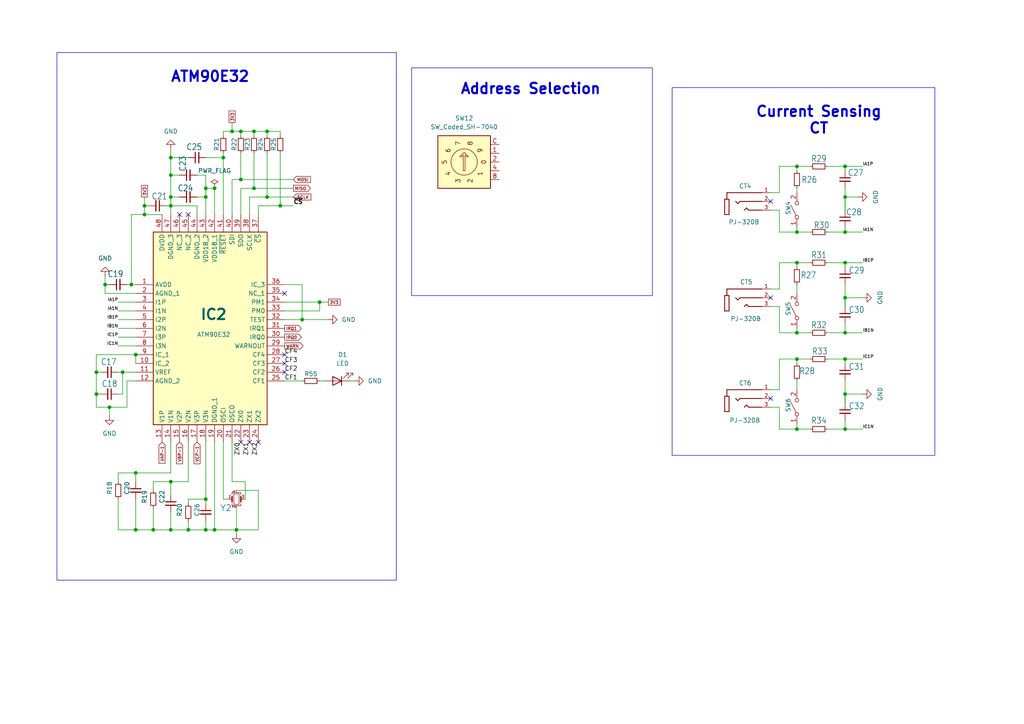
<source format=kicad_sch>
(kicad_sch (version 20231120) (generator "eeschema") (generator_version "8.0")
  (paper "A4")
  (junction (at 231.14 76.2))
  (junction (at 49.53 153.67))
  (junction (at 81.28 59.69))
  (junction (at 27.94 114.3))
  (junction (at 41.91 59.69))
  (junction (at 54.61 153.67))
  (junction (at 27.94 107.95))
  (junction (at 30.48 82.55))
  (junction (at 245.11 67.31))
  (junction (at 62.23 153.67))
  (junction (at 39.37 153.67))
  (junction (at 44.45 153.67))
  (junction (at 73.66 38.1))
  (junction (at 245.11 114.3))
  (junction (at 69.85 52.07))
  (junction (at 31.75 118.11))
  (junction (at 245.11 96.52))
  (junction (at 49.53 57.15))
  (junction (at 231.14 48.26))
  (junction (at 59.69 54.61))
  (junction (at 231.14 67.31))
  (junction (at 69.85 38.1))
  (junction (at 35.56 107.95))
  (junction (at 87.63 92.71))
  (junction (at 64.77 45.72))
  (junction (at 59.69 153.67))
  (junction (at 245.11 48.26))
  (junction (at 38.1 82.55))
  (junction (at 49.53 45.72))
  (junction (at 92.71 87.63))
  (junction (at 231.14 124.46))
  (junction (at 245.11 76.2))
  (junction (at 245.11 57.15))
  (junction (at 41.91 62.23))
  (junction (at 39.37 102.87))
  (junction (at 39.37 137.16))
  (junction (at 245.11 86.36))
  (junction (at 245.11 124.46))
  (junction (at 77.47 38.1))
  (junction (at 231.14 104.14))
  (junction (at 231.14 96.52))
  (junction (at 59.69 144.78))
  (junction (at 77.47 57.15))
  (junction (at 68.58 153.67))
  (junction (at 59.69 57.15))
  (junction (at 49.53 59.69))
  (junction (at 49.53 139.7))
  (junction (at 245.11 104.14))
  (junction (at 73.66 54.61))
  (junction (at 49.53 50.8))
  (junction (at 67.31 38.1))
  (junction (at 62.23 54.61))
  (no_connect (at 223.52 58.42))
  (no_connect (at 52.07 62.23))
  (no_connect (at 82.55 102.87))
  (no_connect (at 223.52 115.57))
  (no_connect (at 82.55 85.09))
  (no_connect (at 54.61 62.23))
  (no_connect (at 82.55 107.95))
  (no_connect (at 74.93 128.27))
  (no_connect (at 69.85 128.27))
  (no_connect (at 82.55 105.41))
  (no_connect (at 72.39 128.27))
  (no_connect (at 223.52 86.36))
  (wire (pts (xy 250.19 104.14) (xy 245.11 104.14)) (stroke (width 0.1524)))
  (wire (pts (xy 39.37 153.67) (xy 44.45 153.67)))
  (wire (pts (xy 245.11 114.3) (xy 245.11 116.84)))
  (wire (pts (xy 49.53 148.59) (xy 49.53 153.67)))
  (wire (pts (xy 69.85 52.07) (xy 85.09 52.07)) (stroke (width 0.1524)))
  (wire (pts (xy 39.37 102.87) (xy 39.37 105.41)))
  (wire (pts (xy 64.77 128.27) (xy 64.77 144.78)) (stroke (width 0.1524)))
  (wire (pts (xy 67.31 38.1) (xy 69.85 38.1)) (stroke (width 0.1524)))
  (wire (pts (xy 231.14 105.41) (xy 231.14 104.14)))
  (wire (pts (xy 27.94 107.95) (xy 29.21 107.95)))
  (wire (pts (xy 68.58 147.32) (xy 68.58 153.67)))
  (wire (pts (xy 34.29 144.78) (xy 34.29 153.67)))
  (wire (pts (xy 59.69 146.05) (xy 59.69 144.78)))
  (wire (pts (xy 245.11 96.52) (xy 245.11 93.98)))
  (wire (pts (xy 231.14 67.31) (xy 234.95 67.31)))
  (wire (pts (xy 54.61 144.78) (xy 59.69 144.78)) (stroke (width 0.1524)))
  (wire (pts (xy 250.19 76.2) (xy 245.11 76.2)) (stroke (width 0.1524)))
  (wire (pts (xy 34.29 153.67) (xy 39.37 153.67)))
  (wire (pts (xy 52.07 50.8) (xy 49.53 50.8)) (stroke (width 0.1524)))
  (wire (pts (xy 57.15 50.8) (xy 59.69 50.8)) (stroke (width 0.1524)))
  (wire (pts (xy 223.52 83.82) (xy 226.06 83.82)) (stroke (width 0.1524)))
  (wire (pts (xy 62.23 128.27) (xy 62.23 153.67)) (stroke (width 0.1524)))
  (wire (pts (xy 93.98 110.49) (xy 92.71 110.49)))
  (wire (pts (xy 39.37 95.25) (xy 34.29 95.25)) (stroke (width 0.1524)))
  (wire (pts (xy 27.94 107.95) (xy 27.94 114.3)))
  (wire (pts (xy 59.69 45.72) (xy 64.77 45.72)))
  (wire (pts (xy 41.91 62.23) (xy 46.99 62.23)) (stroke (width 0.1524)))
  (wire (pts (xy 49.53 57.15) (xy 49.53 59.69)) (stroke (width 0.1524)))
  (wire (pts (xy 240.03 96.52) (xy 241.3 96.52)))
  (wire (pts (xy 31.75 118.11) (xy 36.83 118.11)) (stroke (width 0.1524)))
  (wire (pts (xy 44.45 153.67) (xy 49.53 153.67)))
  (wire (pts (xy 250.19 114.3) (xy 245.11 114.3)) (stroke (width 0.1524)))
  (wire (pts (xy 82.55 110.49) (xy 87.63 110.49)))
  (wire (pts (xy 74.93 153.67) (xy 68.58 153.67)))
  (wire (pts (xy 27.94 118.11) (xy 31.75 118.11)) (stroke (width 0.1524)))
  (wire (pts (xy 39.37 144.78) (xy 39.37 153.67)))
  (wire (pts (xy 68.58 142.24) (xy 74.93 142.24)))
  (wire (pts (xy 245.11 96.52) (xy 250.19 96.52)) (stroke (width 0.1524)))
  (wire (pts (xy 62.23 62.23) (xy 62.23 54.61)))
  (wire (pts (xy 77.47 39.37) (xy 77.47 38.1)) (stroke (width 0.1524)))
  (wire (pts (xy 245.11 48.26) (xy 245.11 49.53)))
  (wire (pts (xy 44.45 147.32) (xy 44.45 153.67)))
  (wire (pts (xy 30.48 82.55) (xy 30.48 85.09)) (stroke (width 0.1524)))
  (wire (pts (xy 231.14 124.46) (xy 231.14 123.19)))
  (wire (pts (xy 77.47 38.1) (xy 81.28 38.1)) (stroke (width 0.1524)))
  (wire (pts (xy 69.85 38.1) (xy 73.66 38.1)) (stroke (width 0.1524)))
  (wire (pts (xy 48.26 59.69) (xy 49.53 59.69)))
  (wire (pts (xy 67.31 52.07) (xy 69.85 52.07)) (stroke (width 0.1524)))
  (wire (pts (xy 64.77 38.1) (xy 64.77 39.37)))
  (wire (pts (xy 39.37 137.16) (xy 49.53 137.16)) (stroke (width 0.1524)))
  (wire (pts (xy 231.14 77.47) (xy 231.14 76.2)))
  (wire (pts (xy 245.11 86.36) (xy 245.11 88.9)))
  (wire (pts (xy 231.14 104.14) (xy 234.95 104.14)) (stroke (width 0.1524)))
  (wire (pts (xy 226.06 104.14) (xy 231.14 104.14)) (stroke (width 0.1524)))
  (wire (pts (xy 81.28 44.45) (xy 81.28 59.69)) (stroke (width 0.1524)))
  (wire (pts (xy 64.77 44.45) (xy 64.77 45.72)))
  (wire (pts (xy 74.93 62.23) (xy 74.93 59.69)) (stroke (width 0.1524)))
  (wire (pts (xy 226.06 48.26) (xy 231.14 48.26)) (stroke (width 0.1524)))
  (wire (pts (xy 62.23 153.67) (xy 68.58 153.67)) (stroke (width 0.1524)))
  (wire (pts (xy 231.14 96.52) (xy 234.95 96.52)))
  (wire (pts (xy 92.71 87.63) (xy 95.25 87.63)) (stroke (width 0.1524)))
  (wire (pts (xy 240.03 104.14) (xy 245.11 104.14)) (stroke (width 0.1524)))
  (wire (pts (xy 250.19 48.26) (xy 245.11 48.26)) (stroke (width 0.1524)))
  (wire (pts (xy 82.55 92.71) (xy 87.63 92.71)) (stroke (width 0.1524)))
  (wire (pts (xy 34.29 137.16) (xy 34.29 139.7)) (stroke (width 0.1524)))
  (wire (pts (xy 38.1 82.55) (xy 39.37 82.55)))
  (wire (pts (xy 49.53 50.8) (xy 49.53 57.15)) (stroke (width 0.1524)))
  (wire (pts (xy 77.47 57.15) (xy 85.09 57.15)) (stroke (width 0.1524)))
  (wire (pts (xy 27.94 114.3) (xy 27.94 118.11)))
  (wire (pts (xy 226.06 96.52) (xy 226.06 88.9)))
  (wire (pts (xy 72.39 57.15) (xy 77.47 57.15)) (stroke (width 0.1524)))
  (wire (pts (xy 41.91 57.15) (xy 41.91 59.69)))
  (wire (pts (xy 39.37 92.71) (xy 34.29 92.71)) (stroke (width 0.1524)))
  (wire (pts (xy 245.11 57.15) (xy 245.11 60.96)))
  (wire (pts (xy 82.55 82.55) (xy 87.63 82.55)) (stroke (width 0.1524)))
  (wire (pts (xy 69.85 44.45) (xy 69.85 52.07)) (stroke (width 0.1524)))
  (wire (pts (xy 226.06 76.2) (xy 231.14 76.2)))
  (wire (pts (xy 49.53 59.69) (xy 49.53 62.23)) (stroke (width 0.1524)))
  (wire (pts (xy 49.53 43.18) (xy 49.53 45.72)) (stroke (width 0.1524)))
  (wire (pts (xy 231.14 66.04) (xy 231.14 67.31)))
  (wire (pts (xy 87.63 92.71) (xy 95.25 92.71)) (stroke (width 0.1524)))
  (wire (pts (xy 59.69 57.15) (xy 59.69 62.23)) (stroke (width 0.1524)))
  (wire (pts (xy 38.1 62.23) (xy 38.1 82.55)) (stroke (width 0.1524)))
  (wire (pts (xy 35.56 107.95) (xy 34.29 107.95)))
  (wire (pts (xy 226.06 113.03) (xy 223.52 113.03)) (stroke (width 0.1524)))
  (wire (pts (xy 49.53 139.7) (xy 49.53 143.51)))
  (wire (pts (xy 226.06 113.03) (xy 226.06 104.14)) (stroke (width 0.1524)))
  (wire (pts (xy 240.03 76.2) (xy 245.11 76.2)) (stroke (width 0.1524)))
  (wire (pts (xy 39.37 137.16) (xy 39.37 139.7)))
  (wire (pts (xy 59.69 54.61) (xy 59.69 57.15)))
  (wire (pts (xy 245.11 104.14) (xy 245.11 105.41)))
  (wire (pts (xy 64.77 38.1) (xy 67.31 38.1)))
  (wire (pts (xy 27.94 102.87) (xy 27.94 107.95)))
  (wire (pts (xy 54.61 151.13) (xy 54.61 153.67)))
  (wire (pts (xy 49.53 59.69) (xy 49.53 60.96)))
  (wire (pts (xy 73.66 38.1) (xy 77.47 38.1)) (stroke (width 0.1524)))
  (wire (pts (xy 240.03 67.31) (xy 245.11 67.31)))
  (wire (pts (xy 54.61 128.27) (xy 54.61 139.7)))
  (wire (pts (xy 231.14 54.61) (xy 231.14 55.88)))
  (wire (pts (xy 35.56 114.3) (xy 34.29 114.3)))
  (wire (pts (xy 41.91 60.96) (xy 41.91 62.23)) (stroke (width 0.1524)))
  (wire (pts (xy 245.11 76.2) (xy 245.11 77.47)))
  (wire (pts (xy 67.31 35.56) (xy 67.31 38.1)) (stroke (width 0.1524)))
  (wire (pts (xy 74.93 59.69) (xy 81.28 59.69)) (stroke (width 0.1524)))
  (wire (pts (xy 226.06 55.88) (xy 223.52 55.88)))
  (wire (pts (xy 68.58 154.94) (xy 68.58 153.67)))
  (wire (pts (xy 245.11 114.3) (xy 245.11 110.49)))
  (wire (pts (xy 44.45 139.7) (xy 49.53 139.7)) (stroke (width 0.1524)))
  (wire (pts (xy 241.3 96.52) (xy 245.11 96.52)) (stroke (width 0.1524)))
  (wire (pts (xy 41.91 59.69) (xy 41.91 60.96)))
  (wire (pts (xy 73.66 54.61) (xy 85.09 54.61)) (stroke (width 0.1524)))
  (wire (pts (xy 49.53 153.67) (xy 54.61 153.67)))
  (wire (pts (xy 49.53 139.7) (xy 54.61 139.7)))
  (wire (pts (xy 240.03 124.46) (xy 245.11 124.46)) (stroke (width 0.1524)))
  (wire (pts (xy 226.06 88.9) (xy 223.52 88.9)))
  (wire (pts (xy 245.11 57.15) (xy 245.11 54.61)))
  (wire (pts (xy 39.37 85.09) (xy 30.48 85.09)) (stroke (width 0.1524)))
  (wire (pts (xy 64.77 144.78) (xy 66.04 144.78)) (stroke (width 0.1524)))
  (wire (pts (xy 250.19 86.36) (xy 245.11 86.36)) (stroke (width 0.1524)))
  (wire (pts (xy 35.56 107.95) (xy 39.37 107.95)))
  (wire (pts (xy 49.53 137.16) (xy 49.53 128.27)) (stroke (width 0.1524)))
  (wire (pts (xy 231.14 110.49) (xy 231.14 113.03)))
  (wire (pts (xy 36.83 110.49) (xy 36.83 118.11)) (stroke (width 0.1524)))
  (wire (pts (xy 59.69 54.61) (xy 59.69 57.15)) (stroke (width 0.1524)))
  (wire (pts (xy 35.56 107.95) (xy 35.56 114.3)))
  (wire (pts (xy 30.48 82.55) (xy 31.75 82.55)) (stroke (width 0.1524)))
  (wire (pts (xy 67.31 139.7) (xy 71.12 139.7)) (stroke (width 0.1524)))
  (wire (pts (xy 231.14 124.46) (xy 234.95 124.46)))
  (wire (pts (xy 31.75 118.11) (xy 31.75 120.65)))
  (wire (pts (xy 69.85 54.61) (xy 73.66 54.61)) (stroke (width 0.1524)))
  (wire (pts (xy 245.11 67.31) (xy 245.11 66.04)))
  (wire (pts (xy 49.53 45.72) (xy 49.53 50.8)) (stroke (width 0.1524)))
  (wire (pts (xy 87.63 82.55) (xy 87.63 92.71)) (stroke (width 0.1524)))
  (wire (pts (xy 92.71 90.17) (xy 92.71 87.63)) (stroke (width 0.1524)))
  (wire (pts (xy 77.47 44.45) (xy 77.47 57.15)) (stroke (width 0.1524)))
  (wire (pts (xy 73.66 39.37) (xy 73.66 38.1)) (stroke (width 0.1524)))
  (wire (pts (xy 54.61 45.72) (xy 49.53 45.72)) (stroke (width 0.1524)))
  (wire (pts (xy 67.31 128.27) (xy 67.31 139.7)) (stroke (width 0.1524)))
  (wire (pts (xy 72.39 62.23) (xy 72.39 57.15)) (stroke (width 0.1524)))
  (wire (pts (xy 226.06 67.31) (xy 226.06 60.96)))
  (wire (pts (xy 73.66 44.45) (xy 73.66 54.61)) (stroke (width 0.1524)))
  (wire (pts (xy 240.03 48.26) (xy 245.11 48.26)) (stroke (width 0.1524)))
  (wire (pts (xy 82.55 90.17) (xy 92.71 90.17)) (stroke (width 0.1524)))
  (wire (pts (xy 248.92 57.15) (xy 245.11 57.15)) (stroke (width 0.1524)))
  (wire (pts (xy 57.15 59.69) (xy 57.15 62.23)) (stroke (width 0.1524)))
  (wire (pts (xy 226.06 118.11) (xy 223.52 118.11)))
  (wire (pts (xy 36.83 82.55) (xy 38.1 82.55)))
  (wire (pts (xy 39.37 97.79) (xy 34.29 97.79)) (stroke (width 0.1524)))
  (wire (pts (xy 36.83 110.49) (xy 39.37 110.49)) (stroke (width 0.1524)))
  (wire (pts (xy 39.37 102.87) (xy 27.94 102.87)))
  (wire (pts (xy 49.53 59.69) (xy 57.15 59.69)) (stroke (width 0.1524)))
  (wire (pts (xy 81.28 39.37) (xy 81.28 38.1)) (stroke (width 0.1524)))
  (wire (pts (xy 231.14 48.26) (xy 234.95 48.26)) (stroke (width 0.1524)))
  (wire (pts (xy 226.06 124.46) (xy 231.14 124.46)))
  (wire (pts (xy 69.85 62.23) (xy 69.85 54.61)) (stroke (width 0.1524)))
  (wire (pts (xy 226.06 55.88) (xy 226.06 48.26)))
  (wire (pts (xy 39.37 87.63) (xy 34.29 87.63)) (stroke (width 0.1524)))
  (wire (pts (xy 54.61 144.78) (xy 54.61 146.05)) (stroke (width 0.1524)))
  (wire (pts (xy 49.53 57.15) (xy 52.07 57.15)) (stroke (width 0.1524)))
  (wire (pts (xy 245.11 124.46) (xy 245.11 121.92)))
  (wire (pts (xy 69.85 39.37) (xy 69.85 38.1)) (stroke (width 0.1524)))
  (wire (pts (xy 59.69 54.61) (xy 62.23 54.61)))
  (wire (pts (xy 59.69 153.67) (xy 62.23 153.67)))
  (wire (pts (xy 231.14 76.2) (xy 234.95 76.2)))
  (wire (pts (xy 245.11 86.36) (xy 245.11 82.55)))
  (wire (pts (xy 39.37 90.17) (xy 34.29 90.17)) (stroke (width 0.1524)))
  (wire (pts (xy 245.11 67.31) (xy 250.19 67.31)) (stroke (width 0.1524)))
  (wire (pts (xy 41.91 59.69) (xy 43.18 59.69)))
  (wire (pts (xy 82.55 87.63) (xy 92.71 87.63)) (stroke (width 0.1524)))
  (wire (pts (xy 59.69 151.13) (xy 59.69 153.67)))
  (wire (pts (xy 226.06 96.52) (xy 231.14 96.52)))
  (wire (pts (xy 231.14 49.53) (xy 231.14 48.26)))
  (wire (pts (xy 102.87 110.49) (xy 101.6 110.49)))
  (wire (pts (xy 34.29 137.16) (xy 39.37 137.16)) (stroke (width 0.1524)))
  (wire (pts (xy 71.12 139.7) (xy 71.12 144.78)) (stroke (width 0.1524)))
  (wire (pts (xy 49.53 58.42) (xy 49.53 59.69)))
  (wire (pts (xy 245.11 114.3) (xy 245.11 116.84)) (stroke (width 0.1524)))
  (wire (pts (xy 245.11 124.46) (xy 250.19 124.46)) (stroke (width 0.1524)))
  (wire (pts (xy 245.11 86.36) (xy 245.11 88.9)) (stroke (width 0.1524)))
  (wire (pts (xy 44.45 139.7) (xy 44.45 142.24)))
  (wire (pts (xy 30.48 82.55) (xy 31.75 82.55)))
  (wire (pts (xy 39.37 100.33) (xy 34.29 100.33)) (stroke (width 0.1524)))
  (wire (pts (xy 74.93 142.24) (xy 74.93 153.67)))
  (wire (pts (xy 226.06 83.82) (xy 226.06 76.2)) (stroke (width 0.1524)))
  (wire (pts (xy 30.48 80.01) (xy 30.48 82.55)))
  (wire (pts (xy 67.31 62.23) (xy 67.31 52.07)) (stroke (width 0.1524)))
  (wire (pts (xy 81.28 59.69) (xy 85.09 59.69)) (stroke (width 0.1524)))
  (wire (pts (xy 27.94 114.3) (xy 29.21 114.3)))
  (wire (pts (xy 57.15 57.15) (xy 59.69 57.15)))
  (wire (pts (xy 231.14 82.55) (xy 231.14 85.09)))
  (wire (pts (xy 226.06 124.46) (xy 226.06 118.11)))
  (wire (pts (xy 226.06 67.31) (xy 231.14 67.31)))
  (wire (pts (xy 59.69 144.78) (xy 59.69 128.27)) (stroke (width 0.1524)))
  (wire (pts (xy 231.14 96.52) (xy 231.14 95.25)))
  (wire (pts (xy 64.77 45.72) (xy 64.77 62.23)))
  (wire (pts (xy 59.69 50.8) (xy 59.69 54.61)) (stroke (width 0.1524)))
  (wire (pts (xy 54.61 153.67) (xy 59.69 153.67)))
  (wire (pts (xy 226.06 60.96) (xy 223.52 60.96)))
  (wire (pts (xy 38.1 62.23) (xy 41.91 62.23)) (stroke (width 0.1524)))
  (wire (pts (xy 245.11 57.15) (xy 245.11 60.96)) (stroke (width 0.1524)))
  (rectangle (start 16.51 15.24) (end 114.935 168.275))
  (rectangle (start 194.945 25.4) (end 271.145 132.08))
  (rectangle (start 119.38 19.685) (end 189.23 85.725))
  (text "Address Selection" (at 153.924 25.908 0) (effects (font (size 3 3) (thickness 0.6) (bold yes))))
  (text "Current Sensing\nCT" (at 237.49 39.116 0) (effects (font (size 3 3) (thickness 0.6) (bold yes)) (justify bottom)))
  (text "ATM90E32" (at 60.96 24.13 0) (effects (font (size 3 3) (thickness 0.6) (bold yes)) (justify bottom)))
  (label "IA1P" (at 34.29 87.63 180) (effects (font (size 0.889 0.889))))
  (label "ZX1" (at 72.39 128.27 270))
  (label "IA1N" (at 250.19 67.31 0) (effects (font (size 0.889 0.889))))
  (label "IC1N" (at 34.29 100.33 180) (effects (font (size 0.889 0.889))))
  (label "CF1" (at 82.55 110.49 0))
  (label "ZX2" (at 74.93 128.27 270))
  (label "CF2" (at 82.55 107.95 0))
  (label "~{CS}" (at 85.09 59.69 0) (effects (font (bold yes))))
  (label "CF4" (at 82.55 102.87 0))
  (label "IA1N" (at 34.29 90.17 180) (effects (font (size 0.889 0.889))))
  (label "IB1P" (at 250.19 76.2 0) (effects (font (size 0.889 0.889))))
  (label "IB1N" (at 34.29 95.25 180) (effects (font (size 0.889 0.889))))
  (label "IC1N" (at 250.19 124.46 0) (effects (font (size 0.889 0.889))))
  (label "IB1P" (at 34.29 92.71 180) (effects (font (size 0.889 0.889))))
  (label "IB1N" (at 250.19 96.52 0) (effects (font (size 0.889 0.889))))
  (label "CF3" (at 82.55 105.41 0))
  (label "IC1P" (at 250.19 104.14 0) (effects (font (size 0.889 0.889))))
  (label "IA1P" (at 250.19 48.26 0) (effects (font (size 0.889 0.889))))
  (label "ZX0" (at 69.85 128.27 270))
  (label "IC1P" (at 34.29 97.79 180) (effects (font (size 0.889 0.889))))
  (global_label "3V3" (shape passive) (at 67.31 35.56 90) (effects (font (size 0.889 0.889))) (property "Intersheetrefs" "${INTERSHEET_REFS}" (effects (hide yes))))
  (global_label "MOSI" (shape input) (at 85.09 52.07 0) (effects (font (size 0.9 0.9))) (property "Intersheetrefs" "${INTERSHEET_REFS}" (effects (hide yes))))
  (global_label "IRQ0" (shape output) (at 82.55 97.79 0) (effects (font (size 0.9 0.9))) (property "Intersheetrefs" "${INTERSHEET_REFS}" (effects (hide yes))))
  (global_label "IRQ1" (shape output) (at 82.55 95.25 0) (effects (font (size 0.9 0.9))) (property "Intersheetrefs" "${INTERSHEET_REFS}" (effects (hide yes))))
  (global_label "MISO" (shape output) (at 85.09 54.61 0) (effects (font (size 0.9 0.9))) (property "Intersheetrefs" "${INTERSHEET_REFS}" (effects (hide yes))))
  (global_label "WARN" (shape output) (at 82.55 100.33 0) (effects (font (size 0.9 0.9))) (property "Intersheetrefs" "${INTERSHEET_REFS}" (effects (hide yes))))
  (global_label "3V3" (shape passive) (at 41.91 57.15 90) (effects (font (size 0.889 0.889))) (property "Intersheetrefs" "${INTERSHEET_REFS}" (effects (hide yes))))
  (global_label "VBP-1" (shape input) (at 52.07 128.27 270) (effects (font (size 0.9 0.9))) (property "Intersheetrefs" "${INTERSHEET_REFS}" (effects (hide yes))))
  (global_label "VCP-1" (shape input) (at 57.15 128.27 270) (effects (font (size 0.9 0.9))) (property "Intersheetrefs" "${INTERSHEET_REFS}" (effects (hide yes))))
  (global_label "SCLK" (shape input) (at 85.09 57.15 0) (effects (font (size 0.9 0.9))) (property "Intersheetrefs" "${INTERSHEET_REFS}" (effects (hide yes))))
  (global_label "3V3" (shape passive) (at 95.25 87.63 0) (effects (font (size 0.9 0.9))) (property "Intersheetrefs" "${INTERSHEET_REFS}" (effects (hide yes))))
  (global_label "VAP-1" (shape input) (at 46.99 128.27 270) (effects (font (size 0.9 0.9))) (property "Intersheetrefs" "${INTERSHEET_REFS}" (effects (hide yes))))
  (symbol (lib_id "Enerwize:PJ-320B") (at 215.9 58.42 0) (unit 1)
    (property "Reference" "CT4" (at 214.3125 53.975 0) (effects (justify left)))
    (property "Value" "PJ-320B" (at 211.328 64.389 0) (effects (justify left)))
    (property "Footprint" "Enerwize:BOOMELE_PJ-320B" (effects (hide yes)))
    (property "Description" "3.5mm headphone jack 30V 200mA SMD Audio Connector" (effects (hide yes)))
    (property "MF" "Luoyang Dishang electronics" (effects (hide yes)))
    (property "MAXIMUM_PACKAGE_HEIGHT" "5mm" (effects (hide yes)))
    (property "Package" "Package" (effects (hide yes)))
    (property "Price" "None" (effects (hide yes)))
    (property "Check_prices" "https://www.snapeda.com/parts/PJ-320B/Luoyang+Dishang+electronics/view-part/?ref=eda" (effects (hide yes)))
    (property "STANDARD" "Manufacturer Recommendation" (effects (hide yes)))
    (property "SnapEDA_Link" "https://www.snapeda.com/parts/PJ-320B/Luoyang+Dishang+electronics/view-part/?ref=snap" (effects (hide yes)))
    (property "MP" "PJ-320B" (effects (hide yes)))
    (property "Availability" "Not in stock" (effects (hide yes)))
    (property "MANUFACTURER" "Luoyang Dishang electronics" (effects (hide yes)))
    (property "LCSC#" "C18594" (effects (hide yes)))
    (property "LCSC Part#" "C18594" (effects (hide yes)))
    (instances (project "mainboard" (path "" (reference "CT4") (unit 1)) (path "" (reference "CT7") (unit 1)) (path "" (reference "CT1") (unit 1))))
  )
  (symbol (lib_id "Device:C_Small") (at 34.29 82.55 90) (unit 1)
    (property "Reference" "C19" (at 35.814 78.486 90) (effects (font (size 1.778 1.5113)) (justify left bottom)))
    (property "Value" "100nF X7R ±5%" (effects (hide yes)))
    (property "Footprint" "Capacitor_SMD:C_0603_1608Metric_Pad1.08x0.95mm_HandSolder" (effects (hide yes)))
    (property "Manufacturer_Part_Number" "06036C104JAT2A" (effects (hide yes)))
    (property "LCSC#" "C88136" (effects (hide yes)))
    (instances (project "mainboard" (path "" (reference "C19") (unit 1)) (path "" (reference "C35") (unit 1)) (path "" (reference "C5") (unit 1))))
  )
  (symbol (lib_id "Device:C_Small") (at 57.15 45.72 90) (unit 1)
    (property "Reference" "C25" (at 58.674 41.656 90) (effects (font (size 1.778 1.5113)) (justify left bottom)))
    (property "Value" "100nF X7R ±5%" (effects (hide yes)))
    (property "Footprint" "Capacitor_SMD:C_0603_1608Metric_Pad1.08x0.95mm_HandSolder" (effects (hide yes)))
    (property "Manufacturer_Part_Number" "06036C104JAT2A" (effects (hide yes)))
    (property "LCSC#" "C88136" (effects (hide yes)))
    (instances (project "mainboard" (path "" (reference "C25") (unit 1)) (path "" (reference "C41") (unit 1)) (path "" (reference "C1") (unit 1))))
  )
  (symbol (lib_id "Device:R_Small") (at 54.61 148.59 0) (unit 1)
    (property "Reference" "R20" (at 52.07 149.86 90) (effects (justify left)))
    (property "Value" "±0.1% ±25ppm/℃ 1kΩ" (effects (hide yes)))
    (property "Footprint" "Resistor_SMD:R_0603_1608Metric_Pad0.98x0.95mm_HandSolder" (effects (hide yes)))
    (property "LCSC#" "C2989112" (effects (hide yes)))
    (instances (project "mainboard" (path "" (reference "R20") (unit 1)) (path "" (reference "R37") (unit 1)) (path "" (reference "R17") (unit 1))))
  )
  (symbol (lib_id "Device:R_Small") (at 64.77 41.91 0) (unit 1)
    (property "Reference" "R21" (at 62.865 43.815 90) (effects (justify left)))
    (property "Value" "±25ppm/℃ ±0.1% 10kΩ" (effects (hide yes)))
    (property "Footprint" "Resistor_SMD:R_0603_1608Metric_Pad0.98x0.95mm_HandSolder" (effects (hide yes)))
    (property "LCSC#" "C95204" (effects (hide yes)))
    (instances (project "mainboard" (path "" (reference "R21") (unit 1)) (path "" (reference "R38") (unit 1)) (path "" (reference "R1") (unit 1))))
  )
  (symbol (lib_id "power:GND") (at 30.48 80.01 180) (unit 1)
    (property "Reference" "#PWR07" (effects (hide yes)))
    (property "Value" "GND" (at 30.48 74.93 0))
    (property "Description" "Power symbol creates a global label with name \"GND\" , ground" (effects (hide yes)))
    (instances (project "mainboard" (path "" (reference "#PWR07") (unit 1)) (path "" (reference "#PWR017") (unit 1)) (path "" (reference "#PWR02") (unit 1))))
  )
  (symbol (lib_id "Enerwize:PJ-320B") (at 215.9 115.57 0) (unit 1)
    (property "Reference" "CT6" (at 214.3125 111.125 0) (effects (justify left)))
    (property "Value" "PJ-320B" (at 211.582 121.92 0) (effects (justify left)))
    (property "Footprint" "Enerwize:BOOMELE_PJ-320B" (effects (hide yes)))
    (property "Description" "3.5mm headphone jack 30V 200mA SMD Audio Connector" (effects (hide yes)))
    (property "MF" "Luoyang Dishang electronics" (effects (hide yes)))
    (property "MAXIMUM_PACKAGE_HEIGHT" "5mm" (effects (hide yes)))
    (property "Package" "Package" (effects (hide yes)))
    (property "Price" "None" (effects (hide yes)))
    (property "Check_prices" "https://www.snapeda.com/parts/PJ-320B/Luoyang+Dishang+electronics/view-part/?ref=eda" (effects (hide yes)))
    (property "STANDARD" "Manufacturer Recommendation" (effects (hide yes)))
    (property "SnapEDA_Link" "https://www.snapeda.com/parts/PJ-320B/Luoyang+Dishang+electronics/view-part/?ref=snap" (effects (hide yes)))
    (property "MP" "PJ-320B" (effects (hide yes)))
    (property "Availability" "Not in stock" (effects (hide yes)))
    (property "MANUFACTURER" "Luoyang Dishang electronics" (effects (hide yes)))
    (property "LCSC#" "C18594" (effects (hide yes)))
    (property "LCSC Part#" "C18594" (effects (hide yes)))
    (instances (project "mainboard" (path "" (reference "CT6") (unit 1)) (path "" (reference "CT9") (unit 1)) (path "" (reference "CT3") (unit 1))))
  )
  (symbol (lib_id "Device:R_Small") (at 44.45 144.78 0) (unit 1)
    (property "Reference" "R19" (at 41.91 146.05 90) (effects (justify left)))
    (property "Value" "±0.1% ±25ppm/℃ 1kΩ" (effects (hide yes)))
    (property "Footprint" "Resistor_SMD:R_0603_1608Metric_Pad0.98x0.95mm_HandSolder" (effects (hide yes)))
    (property "LCSC#" "C2989112" (effects (hide yes)))
    (instances (project "mainboard" (path "" (reference "R19") (unit 1)) (path "" (reference "R36") (unit 1)) (path "" (reference "R16") (unit 1))))
  )
  (symbol (lib_id "power:GND") (at 250.19 86.36 90) (unit 1)
    (property "Reference" "#PWR015" (effects (hide yes)))
    (property "Value" "GND" (at 255.27 86.36 0))
    (property "Description" "Power symbol creates a global label with name \"GND\" , ground" (effects (hide yes)))
    (instances (project "mainboard" (path "" (reference "#PWR015") (unit 1)) (path "" (reference "#PWR023") (unit 1)) (path "" (reference "#PWR04") (unit 1))))
  )
  (symbol (lib_id "Device:R_Small") (at 237.49 104.14 270) (unit 1)
    (property "Reference" "R33" (at 235.458 102.87 90) (effects (font (size 1.778 1.5113)) (justify left bottom)))
    (property "Value" "±0.1% ±25ppm/℃ 100Ω" (effects (hide yes)))
    (property "Footprint" "Resistor_SMD:R_0603_1608Metric_Pad0.98x0.95mm_HandSolder" (effects (hide yes)))
    (property "LCSC#" "C2989113" (effects (hide yes)))
    (instances (project "mainboard" (path "" (reference "R33") (unit 1)) (path "" (reference "R50") (unit 1)) (path "" (reference "R14") (unit 1))))
  )
  (symbol (lib_id "power:GND") (at 250.19 114.3 90) (unit 1)
    (property "Reference" "#PWR016" (effects (hide yes)))
    (property "Value" "GND" (at 255.27 114.3 0))
    (property "Description" "Power symbol creates a global label with name \"GND\" , ground" (effects (hide yes)))
    (instances (project "mainboard" (path "" (reference "#PWR016") (unit 1)) (path "" (reference "#PWR024") (unit 1)) (path "" (reference "#PWR05") (unit 1))))
  )
  (symbol (lib_id "Device:C_Small") (at 245.11 80.01 0) (unit 1)
    (property "Reference" "C29" (at 246.126 79.375 0) (effects (font (size 1.778 1.5113)) (justify left bottom)))
    (property "Value" "330nF X7R ±10%" (effects (hide yes)))
    (property "Footprint" "Capacitor_SMD:C_0603_1608Metric_Pad1.08x0.95mm_HandSolder" (effects (hide yes)))
    (property "Manufacturer_Part_Number" "GCM033R71E331KA03J" (effects (hide yes)))
    (property "LCSC#" "C282682" (effects (hide yes)))
    (instances (project "mainboard" (path "" (reference "C29") (unit 1)) (path "" (reference "C45") (unit 1)) (path "" (reference "C9") (unit 1))))
  )
  (symbol (lib_id "Device:C_Small") (at 245.11 52.07 0) (unit 1)
    (property "Reference" "C27" (at 245.872 51.054 0) (effects (font (size 1.778 1.5113)) (justify left bottom)))
    (property "Value" "330nF X7R ±10%" (effects (hide yes)))
    (property "Footprint" "Capacitor_SMD:C_0603_1608Metric_Pad1.08x0.95mm_HandSolder" (effects (hide yes)))
    (property "Manufacturer_Part_Number" "GCM033R71E331KA03J" (effects (hide yes)))
    (property "LCSC#" "C282682" (effects (hide yes)))
    (instances (project "mainboard" (path "" (reference "C27") (unit 1)) (path "" (reference "C43") (unit 1)) (path "" (reference "C7") (unit 1))))
  )
  (symbol (lib_id "Device:R_Small") (at 81.28 41.91 0) (unit 1)
    (property "Reference" "R25" (at 79.375 43.815 90) (effects (justify left)))
    (property "Value" "±25ppm/℃ ±0.1% 10kΩ" (effects (hide yes)))
    (property "Footprint" "Resistor_SMD:R_0603_1608Metric_Pad0.98x0.95mm_HandSolder" (effects (hide yes)))
    (property "LCSC#" "C95204" (effects (hide yes)))
    (instances (project "mainboard" (path "" (reference "R25") (unit 1)) (path "" (reference "R42") (unit 1)) (path "" (reference "R5") (unit 1))))
  )
  (symbol (lib_id "Device:C_Small") (at 59.69 148.59 0) (unit 1)
    (property "Reference" "C26" (at 57.15 149.86 90) (effects (justify left)))
    (property "Value" "18nF C0G ±5%" (effects (hide yes)))
    (property "Footprint" "Capacitor_SMD:C_0805_2012Metric_Pad1.18x1.45mm_HandSolder" (effects (hide yes)))
    (property "Manufacturer_Part_Number" "GRM21B5C1H183JA01L" (effects (hide yes)))
    (property "LCSC#" "C162313" (effects (hide yes)))
    (instances (project "mainboard" (path "" (reference "C26") (unit 1)) (path "" (reference "C42") (unit 1)) (path "" (reference "C16") (unit 1))))
  )
  (symbol (lib_id "Switch:SW_SPST") (at 231.14 90.17 90) (unit 1)
    (property "Reference" "SW5" (at 228.6 89.535 0))
    (property "Value" "1bit DIP Switch" (effects (hide yes)))
    (property "Footprint" "Button_Switch_SMD:SW_DIP_SPSTx01_Slide_Copal_CHS-01A_W5.08mm_P1.27mm_JPin" (effects (hide yes)))
    (property "LCSC#" "C3294665" (effects (hide yes)))
    (instances (project "mainboard" (path "" (reference "SW5") (unit 1)) (path "" (reference "SW8") (unit 1)) (path "" (reference "SW2") (unit 1))))
  )
  (symbol (lib_id "power:GND") (at 49.53 43.18 180) (unit 1)
    (property "Reference" "#PWR011" (effects (hide yes)))
    (property "Value" "GND" (at 49.53 38.1 0))
    (property "Description" "Power symbol creates a global label with name \"GND\" , ground" (effects (hide yes)))
    (instances (project "mainboard" (path "" (reference "#PWR011") (unit 1)) (path "" (reference "#PWR019") (unit 1)) (path "" (reference "#PWR01") (unit 1))))
  )
  (symbol (lib_id "power:GND") (at 31.75 120.65 0) (unit 1)
    (property "Reference" "#PWR010" (effects (hide yes)))
    (property "Value" "GND" (at 31.75 125.73 0))
    (property "Description" "Power symbol creates a global label with name \"GND\" , ground" (effects (hide yes)))
    (instances (project "mainboard" (path "" (reference "#PWR010") (unit 1)) (path "" (reference "#PWR018") (unit 1)) (path "" (reference "#PWR08") (unit 1))))
  )
  (symbol (lib_id "Device:R_Small") (at 34.29 142.24 0) (unit 1)
    (property "Reference" "R18" (at 31.75 143.51 90) (effects (justify left)))
    (property "Value" "±0.1% ±25ppm/℃ 1kΩ" (effects (hide yes)))
    (property "Footprint" "Resistor_SMD:R_0603_1608Metric_Pad0.98x0.95mm_HandSolder" (effects (hide yes)))
    (property "LCSC#" "C2989112" (effects (hide yes)))
    (instances (project "mainboard" (path "" (reference "R18") (unit 1)) (path "" (reference "R35") (unit 1)) (path "" (reference "R15") (unit 1))))
  )
  (symbol (lib_id "Device:C_Small") (at 45.72 59.69 270) (unit 1)
    (property "Reference" "C21" (at 43.942 57.912 90) (effects (font (size 1.778 1.5113)) (justify left bottom)))
    (property "Value" "100nF X7R ±5%" (effects (hide yes)))
    (property "Footprint" "Capacitor_SMD:C_0603_1608Metric_Pad1.08x0.95mm_HandSolder" (effects (hide yes)))
    (property "Manufacturer_Part_Number" "06036C104JAT2A" (effects (hide yes)))
    (property "LCSC#" "C88136" (effects (hide yes)))
    (instances (project "mainboard" (path "" (reference "C21") (unit 1)) (path "" (reference "C37") (unit 1)) (path "" (reference "C4") (unit 1))))
  )
  (symbol (lib_id "power:GND") (at 68.58 154.94 0) (unit 1)
    (property "Reference" "#PWR012" (effects (hide yes)))
    (property "Value" "GND" (at 68.58 160.02 0))
    (property "Description" "Power symbol creates a global label with name \"GND\" , ground" (effects (hide yes)))
    (instances (project "mainboard" (path "" (reference "#PWR012") (unit 1)) (path "" (reference "#PWR020") (unit 1)) (path "" (reference "#PWR09") (unit 1))))
  )
  (symbol (lib_id "Enerwize:PJ-320B") (at 215.9 86.36 0) (unit 1)
    (property "Reference" "CT5" (at 214.63 81.788 0) (effects (justify left)))
    (property "Value" "PJ-320B" (at 211.836 92.456 0) (effects (justify left)))
    (property "Footprint" "Enerwize:BOOMELE_PJ-320B" (effects (hide yes)))
    (property "Description" "3.5mm headphone jack 30V 200mA SMD Audio Connector" (effects (hide yes)))
    (property "MF" "Luoyang Dishang electronics" (effects (hide yes)))
    (property "MAXIMUM_PACKAGE_HEIGHT" "5mm" (effects (hide yes)))
    (property "Package" "Package" (effects (hide yes)))
    (property "Price" "None" (effects (hide yes)))
    (property "Check_prices" "https://www.snapeda.com/parts/PJ-320B/Luoyang+Dishang+electronics/view-part/?ref=eda" (effects (hide yes)))
    (property "STANDARD" "Manufacturer Recommendation" (effects (hide yes)))
    (property "SnapEDA_Link" "https://www.snapeda.com/parts/PJ-320B/Luoyang+Dishang+electronics/view-part/?ref=snap" (effects (hide yes)))
    (property "MP" "PJ-320B" (effects (hide yes)))
    (property "Availability" "Not in stock" (effects (hide yes)))
    (property "MANUFACTURER" "Luoyang Dishang electronics" (effects (hide yes)))
    (property "LCSC#" "C18594" (effects (hide yes)))
    (property "LCSC Part#" "C18594" (effects (hide yes)))
    (instances (project "mainboard" (path "" (reference "CT5") (unit 1)) (path "" (reference "CT8") (unit 1)) (path "" (reference "CT2") (unit 1))))
  )
  (symbol (lib_id "Device:C_Small") (at 54.61 57.15 90) (unit 1)
    (property "Reference" "C24" (at 56.134 53.594 90) (effects (font (size 1.778 1.5113)) (justify left bottom)))
    (property "Value" "100nF X7R ±5%" (effects (hide yes)))
    (property "Footprint" "Capacitor_SMD:C_0603_1608Metric_Pad1.08x0.95mm_HandSolder" (effects (hide yes)))
    (property "Manufacturer_Part_Number" "06036C104JAT2A" (effects (hide yes)))
    (property "LCSC#" "C88136" (effects (hide yes)))
    (instances (project "mainboard" (path "" (reference "C24") (unit 1)) (path "" (reference "C40") (unit 1)) (path "" (reference "C3") (unit 1))))
  )
  (symbol (lib_id "Device:R_Small") (at 237.49 48.26 270) (unit 1)
    (property "Reference" "R29" (at 235.204 46.99 90) (effects (font (size 1.778 1.5113)) (justify left bottom)))
    (property "Value" "±0.1% ±25ppm/℃ 100Ω" (effects (hide yes)))
    (property "Footprint" "Resistor_SMD:R_0603_1608Metric_Pad0.98x0.95mm_HandSolder" (effects (hide yes)))
    (property "LCSC#" "C2989113" (effects (hide yes)))
    (instances (project "mainboard" (path "" (reference "R29") (unit 1)) (path "" (reference "R46") (unit 1)) (path "" (reference "R10") (unit 1))))
  )
  (symbol (lib_id "Device:R_Small") (at 231.14 80.01 0) (unit 1)
    (property "Reference" "R27" (at 232.156 80.772 0) (effects (font (size 1.778 1.5113)) (justify left bottom)))
    (property "Value" "±0.5% ±25ppm/℃ 22Ω" (effects (hide yes)))
    (property "Footprint" "Resistor_SMD:R_0603_1608Metric_Pad0.98x0.95mm_HandSolder" (effects (hide yes)))
    (property "LCSC#" "C862626" (effects (hide yes)))
    (instances (project "mainboard" (path "" (reference "R27") (unit 1)) (path "" (reference "R44") (unit 1)) (path "" (reference "R7") (unit 1))))
  )
  (symbol (lib_id "Enerwize:ATM90E32AS-AU-R") (at 39.37 82.55 0) (unit 1)
    (property "Reference" "IC2" (at 61.976 91.186 0) (effects (font (size 3 3) (bold yes))))
    (property "Value" "ATM90E32" (at 61.976 97.028 0))
    (property "Footprint" "Enerwize:ATM90E32AS-AU-R" (effects (hide yes)))
    (property "Datasheet" "http://ww1.microchip.com/downloads/en/DeviceDoc/Atmel-46003-SE-M90E32AS-Datasheet.pdf" (effects (hide yes)))
    (property "Height" "1.2" (effects (hide yes)))
    (property "Mouser Part Number" "556-ATM90E32AS-AU-R" (effects (hide yes)))
    (property "Mouser Price/Stock" "https://www.mouser.co.uk/ProductDetail/Microchip-Technology/ATM90E32AS-AU-R?qs=Vn0kGJULWwZ23KwdJg959A%3D%3D" (effects (hide yes)))
    (property "Manufacturer_Name" "Microchip" (effects (hide yes)))
    (property "Manufacturer_Part_Number" "ATM90E32AS-AU-R" (effects (hide yes)))
    (property "Arrow Part Number" "ATM90E32AS-AU-R" (effects (hide yes)))
    (property "Arrow Price/Stock" "https://www.arrow.com/en/products/atm90e32as-au-r/microchip-technology?region=nac" (effects (hide yes)))
    (property "LCSC#" "C177153" (effects (hide yes)))
    (instances (project "mainboard" (path "" (reference "IC2") (unit 1)) (path "" (reference "IC3") (unit 1)) (path "" (reference "IC1") (unit 1))))
  )
  (symbol (lib_id "Device:C_Small") (at 31.75 107.95 270) (unit 1)
    (property "Reference" "C17" (at 29.21 105.918 90) (effects (font (size 1.778 1.5113)) (justify left bottom)))
    (property "Value" "4.7uF X7R ±10%" (effects (hide yes)))
    (property "Footprint" "Capacitor_SMD:C_0603_1608Metric_Pad1.08x0.95mm_HandSolder" (effects (hide yes)))
    (property "Manufacturer_Part_Number" "GRM188Z71A106KA73D" (effects (hide yes)))
    (property "LCSC#" "C2959727" (effects (hide yes)))
    (instances (project "mainboard" (path "" (reference "C17") (unit 1)) (path "" (reference "C33") (unit 1)) (path "" (reference "C12") (unit 1))))
  )
  (symbol (lib_id "power:GND") (at 95.25 92.71 90) (unit 1)
    (property "Reference" "#PWR013" (effects (hide yes)))
    (property "Value" "GND" (at 99.06 92.71 90) (effects (justify right)))
    (property "Description" "Power symbol creates a global label with name \"GND\" , ground" (effects (hide yes)))
    (instances (project "mainboard" (path "" (reference "#PWR013") (unit 1)) (path "" (reference "#PWR021") (unit 1)) (path "" (reference "#PWR06") (unit 1))))
  )
  (symbol (lib_id "Device:C_Small") (at 31.75 114.3 270) (unit 1)
    (property "Reference" "C18" (at 29.464 112.268 90) (effects (font (size 1.778 1.5113)) (justify left bottom)))
    (property "Value" "100nF X7R ±5%" (effects (hide yes)))
    (property "Footprint" "Capacitor_SMD:C_0603_1608Metric_Pad1.08x0.95mm_HandSolder" (effects (hide yes)))
    (property "Manufacturer_Part_Number" "06036C104JAT2A" (effects (hide yes)))
    (property "LCSC#" "C88136" (effects (hide yes)))
    (instances (project "mainboard" (path "" (reference "C18") (unit 1)) (path "" (reference "C34") (unit 1)) (path "" (reference "C13") (unit 1))))
  )
  (symbol (lib_id "Device:R_Small") (at 90.17 110.49 90) (unit 1)
    (property "Reference" "R55" (at 90.17 108.458 90))
    (property "Value" "1k" (effects (hide yes)))
    (property "Footprint" "Resistor_SMD:R_0603_1608Metric_Pad0.98x0.95mm_HandSolder" (effects (hide yes)))
    (property "Description" "Resistor, small symbol" (effects (hide yes)))
    (instances (project "mainboard" (path "" (reference "R55") (unit 1)) (path "" (reference "R56") (unit 1)) (path "" (reference "R57") (unit 1))))
  )
  (symbol (lib_id "Device:C_Small") (at 245.11 63.5 0) (unit 1)
    (property "Reference" "C28" (at 245.364 62.484 0) (effects (font (size 1.778 1.5113)) (justify left bottom)))
    (property "Value" "330nF X7R ±10%" (effects (hide yes)))
    (property "Footprint" "Capacitor_SMD:C_0603_1608Metric_Pad1.08x0.95mm_HandSolder" (effects (hide yes)))
    (property "Manufacturer_Part_Number" "GCM033R71E331KA03J" (effects (hide yes)))
    (property "LCSC#" "C282682" (effects (hide yes)))
    (instances (project "mainboard" (path "" (reference "C28") (unit 1)) (path "" (reference "C44") (unit 1)) (path "" (reference "C6") (unit 1))))
  )
  (symbol (lib_id "Device:R_Small") (at 73.66 41.91 0) (unit 1)
    (property "Reference" "R23" (at 71.755 43.815 90) (effects (justify left)))
    (property "Value" "±25ppm/℃ ±0.1% 10kΩ" (effects (hide yes)))
    (property "Footprint" "Resistor_SMD:R_0603_1608Metric_Pad0.98x0.95mm_HandSolder" (effects (hide yes)))
    (property "LCSC#" "C95204" (effects (hide yes)))
    (instances (project "mainboard" (path "" (reference "R23") (unit 1)) (path "" (reference "R40") (unit 1)) (path "" (reference "R3") (unit 1))))
  )
  (symbol (lib_id "Device:R_Small") (at 237.49 76.2 270) (unit 1)
    (property "Reference" "R31" (at 235.204 74.93 90) (effects (font (size 1.778 1.5113)) (justify left bottom)))
    (property "Value" "±0.1% ±25ppm/℃ 100Ω" (effects (hide yes)))
    (property "Footprint" "Resistor_SMD:R_0603_1608Metric_Pad0.98x0.95mm_HandSolder" (effects (hide yes)))
    (property "LCSC#" "C2989113" (effects (hide yes)))
    (instances (project "mainboard" (path "" (reference "R31") (unit 1)) (path "" (reference "R48") (unit 1)) (path "" (reference "R12") (unit 1))))
  )
  (symbol (lib_id "Device:Crystal_GND24_Small") (at 68.58 144.78 0) (unit 1)
    (property "Reference" "Y2" (at 67.31 146.304 0) (effects (font (size 1.778 1.778)) (justify right top)))
    (property "Value" "16.384 Mhz Crystal" (effects (hide yes)))
    (property "Footprint" "Enerwize:Crystal_SMD_2016-4Pin_2.0x1.6mm" (effects (hide yes)))
    (property "LCSC#" "C781758" (effects (hide yes)))
    (instances (project "mainboard" (path "" (reference "Y2") (unit 1)) (path "" (reference "Y3") (unit 1)) (path "" (reference "Y1") (unit 1))))
  )
  (symbol (lib_id "Device:R_Small") (at 69.85 41.91 0) (unit 1)
    (property "Reference" "R22" (at 67.945 43.815 90) (effects (justify left)))
    (property "Value" "±25ppm/℃ ±0.1% 10kΩ" (effects (hide yes)))
    (property "Footprint" "Resistor_SMD:R_0603_1608Metric_Pad0.98x0.95mm_HandSolder" (effects (hide yes)))
    (property "LCSC#" "C95204" (effects (hide yes)))
    (instances (project "mainboard" (path "" (reference "R22") (unit 1)) (path "" (reference "R39") (unit 1)) (path "" (reference "R2") (unit 1))))
  )
  (symbol (lib_id "Device:C_Small") (at 245.11 119.38 0) (unit 1)
    (property "Reference" "C32" (at 246.126 118.745 0) (effects (font (size 1.778 1.5113)) (justify left bottom)))
    (property "Value" "330nF X7R ±10%" (effects (hide yes)))
    (property "Footprint" "Capacitor_SMD:C_0603_1608Metric_Pad1.08x0.95mm_HandSolder" (effects (hide yes)))
    (property "Manufacturer_Part_Number" "GCM033R71E331KA03J" (effects (hide yes)))
    (property "LCSC#" "C282682" (effects (hide yes)))
    (instances (project "mainboard" (path "" (reference "C32") (unit 1)) (path "" (reference "C48") (unit 1)) (path "" (reference "C10") (unit 1))))
  )
  (symbol (lib_id "Device:R_Small") (at 77.47 41.91 0) (unit 1)
    (property "Reference" "R24" (at 75.565 43.815 90) (effects (justify left)))
    (property "Value" "±25ppm/℃ ±0.1% 10kΩ" (effects (hide yes)))
    (property "Footprint" "Resistor_SMD:R_0603_1608Metric_Pad0.98x0.95mm_HandSolder" (effects (hide yes)))
    (property "LCSC#" "C95204" (effects (hide yes)))
    (instances (project "mainboard" (path "" (reference "R24") (unit 1)) (path "" (reference "R41") (unit 1)) (path "" (reference "R4") (unit 1))))
  )
  (symbol (lib_id "Device:C_Small") (at 54.61 50.8 90) (unit 1)
    (property "Reference" "C23" (at 53.975 49.784 0) (effects (font (size 1.778 1.5113)) (justify left bottom)))
    (property "Value" "10uF X7R ±10%" (effects (hide yes)))
    (property "Footprint" "Capacitor_SMD:C_0603_1608Metric_Pad1.08x0.95mm_HandSolder" (effects (hide yes)))
    (property "Manufacturer_Part_Number" "GRM188Z71A106KA73D" (effects (hide yes)))
    (property "LCSC#" "C2959727" (effects (hide yes)))
    (instances (project "mainboard" (path "" (reference "C23") (unit 1)) (path "" (reference "C39") (unit 1)) (path "" (reference "C2") (unit 1))))
  )
  (symbol (lib_id "Device:R_Small") (at 231.14 107.95 0) (unit 1)
    (property "Reference" "R28" (at 231.775 108.585 0) (effects (font (size 1.778 1.5113)) (justify left bottom)))
    (property "Value" "±0.5% ±25ppm/℃ 22Ω" (effects (hide yes)))
    (property "Footprint" "Resistor_SMD:R_0603_1608Metric_Pad0.98x0.95mm_HandSolder" (effects (hide yes)))
    (property "LCSC#" "C862626" (effects (hide yes)))
    (instances (project "mainboard" (path "" (reference "R28") (unit 1)) (path "" (reference "R45") (unit 1)) (path "" (reference "R8") (unit 1))))
  )
  (symbol (lib_name "PWR_FLAG_1") (lib_id "power:PWR_FLAG") (at 62.23 54.61 0) (unit 1)
    (property "Reference" "#FLG05" (effects (hide yes)))
    (property "Value" "PWR_FLAG" (at 62.23 49.53 0))
    (property "Description" "Special symbol for telling ERC where power comes from" (effects (hide yes)))
    (instances (project "mainboard" (path "" (reference "#FLG05") (unit 1)) (path "" (reference "#FLG08") (unit 1)) (path "" (reference "#FLG01") (unit 1))))
  )
  (symbol (lib_id "Device:LED") (at 97.79 110.49 180) (unit 1)
    (property "Reference" "D1" (at 99.3775 102.87 0))
    (property "Value" "LED" (at 99.3775 105.41 0))
    (property "Footprint" "LED_SMD:LED_0603_1608Metric" (effects (hide yes)))
    (property "Description" "Light emitting diode" (effects (hide yes)))
    (instances (project "mainboard" (path "" (reference "D1") (unit 1)) (path "" (reference "D2") (unit 1)) (path "" (reference "D3") (unit 1))))
  )
  (symbol (lib_id "Switch:SW_Coded_SH-7040") (at 134.62 46.99 0) (unit 1)
    (property "Reference" "SW12" (at 134.62 34.29 0))
    (property "Value" "SW_Coded_SH-7040" (at 134.62 36.83 0))
    (property "Footprint" "Button_Switch_SMD:Nidec_Copal_SH-7040B" (effects (hide yes)))
    (property "Datasheet" "https://www.nidec-copal-electronics.com/e/catalog/switch/sh-7000.pdf" (effects (hide yes)))
    (property "Description" "Rotary switch, 4-bit encoding, 10 positions, Gray code" (effects (hide yes)))
    (instances (project "mainboard" (path "" (reference "SW12") (unit 1)) (path "" (reference "SW10") (unit 1)) (path "" (reference "SW11") (unit 1))))
  )
  (symbol (lib_id "Switch:SW_SPST") (at 231.14 118.11 90) (unit 1)
    (property "Reference" "SW6" (at 228.6 117.475 0))
    (property "Value" "1bit DIP Switch" (effects (hide yes)))
    (property "Footprint" "Button_Switch_SMD:SW_DIP_SPSTx01_Slide_Copal_CHS-01A_W5.08mm_P1.27mm_JPin" (effects (hide yes)))
    (property "LCSC#" "C3294665" (effects (hide yes)))
    (instances (project "mainboard" (path "" (reference "SW6") (unit 1)) (path "" (reference "SW9") (unit 1)) (path "" (reference "SW3") (unit 1))))
  )
  (symbol (lib_id "power:GND") (at 102.87 110.49 90) (unit 1)
    (property "Reference" "#PWR032" (effects (hide yes)))
    (property "Value" "GND" (at 106.68 110.4899 90) (effects (justify right)))
    (property "Description" "Power symbol creates a global label with name \"GND\" , ground" (effects (hide yes)))
    (instances (project "mainboard" (path "" (reference "#PWR032") (unit 1)) (path "" (reference "#PWR033") (unit 1)) (path "" (reference "#PWR034") (unit 1))))
  )
  (symbol (lib_id "Device:C_Small") (at 245.11 107.95 0) (unit 1)
    (property "Reference" "C31" (at 246.126 107.315 0) (effects (font (size 1.778 1.5113)) (justify left bottom)))
    (property "Value" "330nF X7R ±10%" (effects (hide yes)))
    (property "Footprint" "Capacitor_SMD:C_0603_1608Metric_Pad1.08x0.95mm_HandSolder" (effects (hide yes)))
    (property "Manufacturer_Part_Number" "GCM033R71E331KA03J" (effects (hide yes)))
    (property "LCSC#" "C282682" (effects (hide yes)))
    (instances (project "mainboard" (path "" (reference "C31") (unit 1)) (path "" (reference "C47") (unit 1)) (path "" (reference "C11") (unit 1))))
  )
  (symbol (lib_id "Device:R_Small") (at 237.49 67.31 270) (unit 1)
    (property "Reference" "R30" (at 235.966 66.294 90) (effects (font (size 1.778 1.5113)) (justify left bottom)))
    (property "Value" "±0.1% ±25ppm/℃ 100Ω" (effects (hide yes)))
    (property "Footprint" "Resistor_SMD:R_0603_1608Metric_Pad0.98x0.95mm_HandSolder" (effects (hide yes)))
    (property "LCSC#" "C2989113" (effects (hide yes)))
    (instances (project "mainboard" (path "" (reference "R30") (unit 1)) (path "" (reference "R47") (unit 1)) (path "" (reference "R9") (unit 1))))
  )
  (symbol (lib_id "Device:R_Small") (at 237.49 124.46 270) (unit 1)
    (property "Reference" "R34" (at 235.204 122.936 90) (effects (font (size 1.778 1.5113)) (justify left bottom)))
    (property "Value" "±0.1% ±25ppm/℃ 100Ω" (effects (hide yes)))
    (property "Footprint" "Resistor_SMD:R_0603_1608Metric_Pad0.98x0.95mm_HandSolder" (effects (hide yes)))
    (property "LCSC#" "C2989113" (effects (hide yes)))
    (instances (project "mainboard" (path "" (reference "R34") (unit 1)) (path "" (reference "R51") (unit 1)) (path "" (reference "R13") (unit 1))))
  )
  (symbol (lib_id "Device:R_Small") (at 237.49 96.52 270) (unit 1)
    (property "Reference" "R32" (at 235.204 95.25 90) (effects (font (size 1.778 1.5113)) (justify left bottom)))
    (property "Value" "±0.1% ±25ppm/℃ 100Ω" (effects (hide yes)))
    (property "Footprint" "Resistor_SMD:R_0603_1608Metric_Pad0.98x0.95mm_HandSolder" (effects (hide yes)))
    (property "LCSC#" "C2989113" (effects (hide yes)))
    (instances (project "mainboard" (path "" (reference "R32") (unit 1)) (path "" (reference "R49") (unit 1)) (path "" (reference "R11") (unit 1))))
  )
  (symbol (lib_id "Device:R_Small") (at 231.14 52.07 0) (unit 1)
    (property "Reference" "R26" (at 232.41 53.086 0) (effects (font (size 1.778 1.5113)) (justify left bottom)))
    (property "Value" "±0.5% ±25ppm/℃ 22Ω" (effects (hide yes)))
    (property "Footprint" "Resistor_SMD:R_0603_1608Metric_Pad0.98x0.95mm_HandSolder" (effects (hide yes)))
    (property "LCSC#" "C862626" (effects (hide yes)))
    (instances (project "mainboard" (path "" (reference "R26") (unit 1)) (path "" (reference "R43") (unit 1)) (path "" (reference "R6") (unit 1))))
  )
  (symbol (lib_id "power:GND") (at 248.92 57.15 90) (unit 1)
    (property "Reference" "#PWR014" (effects (hide yes)))
    (property "Value" "GND" (at 254 57.15 0))
    (property "Description" "Power symbol creates a global label with name \"GND\" , ground" (effects (hide yes)))
    (instances (project "mainboard" (path "" (reference "#PWR014") (unit 1)) (path "" (reference "#PWR022") (unit 1)) (path "" (reference "#PWR03") (unit 1))))
  )
  (symbol (lib_id "Device:C_Small") (at 245.11 91.44 0) (unit 1)
    (property "Reference" "C30" (at 246.126 90.805 0) (effects (font (size 1.778 1.5113)) (justify left bottom)))
    (property "Value" "330nF X7R ±10%" (effects (hide yes)))
    (property "Footprint" "Capacitor_SMD:C_0603_1608Metric_Pad1.08x0.95mm_HandSolder" (effects (hide yes)))
    (property "Manufacturer_Part_Number" "GCM033R71E331KA03J" (effects (hide yes)))
    (property "LCSC#" "C282682" (effects (hide yes)))
    (instances (project "mainboard" (path "" (reference "C30") (unit 1)) (path "" (reference "C46") (unit 1)) (path "" (reference "C8") (unit 1))))
  )
  (symbol (lib_id "Device:C_Small") (at 49.53 146.05 0) (unit 1)
    (property "Reference" "C22" (at 46.99 146.05 90) (effects (justify left)))
    (property "Value" "18nF C0G ±5%" (effects (hide yes)))
    (property "Footprint" "Capacitor_SMD:C_0805_2012Metric_Pad1.18x1.45mm_HandSolder" (effects (hide yes)))
    (property "Manufacturer_Part_Number" "GRM21B5C1H183JA01L" (effects (hide yes)))
    (property "LCSC#" "C162313" (effects (hide yes)))
    (instances (project "mainboard" (path "" (reference "C22") (unit 1)) (path "" (reference "C38") (unit 1)) (path "" (reference "C15") (unit 1))))
  )
  (symbol (lib_id "Device:C_Small") (at 39.37 142.24 0) (unit 1)
    (property "Reference" "C20" (at 36.83 143.51 90) (effects (justify left)))
    (property "Value" "18nF C0G ±5%" (effects (hide yes)))
    (property "Footprint" "Capacitor_SMD:C_0805_2012Metric_Pad1.18x1.45mm_HandSolder" (effects (hide yes)))
    (property "Manufacturer_Part_Number" "GRM21B5C1H183JA01L" (effects (hide yes)))
    (property "LCSC#" "C162313" (effects (hide yes)))
    (instances (project "mainboard" (path "" (reference "C20") (unit 1)) (path "" (reference "C36") (unit 1)) (path "" (reference "C14") (unit 1))))
  )
  (symbol (lib_id "Switch:SW_SPST") (at 231.14 60.96 90) (unit 1)
    (property "Reference" "SW4" (at 228.6 60.325 0))
    (property "Value" "1bit DIP Switch" (effects (hide yes)))
    (property "Footprint" "Button_Switch_SMD:SW_DIP_SPSTx01_Slide_Copal_CHS-01A_W5.08mm_P1.27mm_JPin" (effects (hide yes)))
    (property "LCSC#" "C3294665" (effects (hide yes)))
    (instances (project "mainboard" (path "" (reference "SW4") (unit 1)) (path "" (reference "SW7") (unit 1)) (path "" (reference "SW1") (unit 1))))
  )
)
</source>
